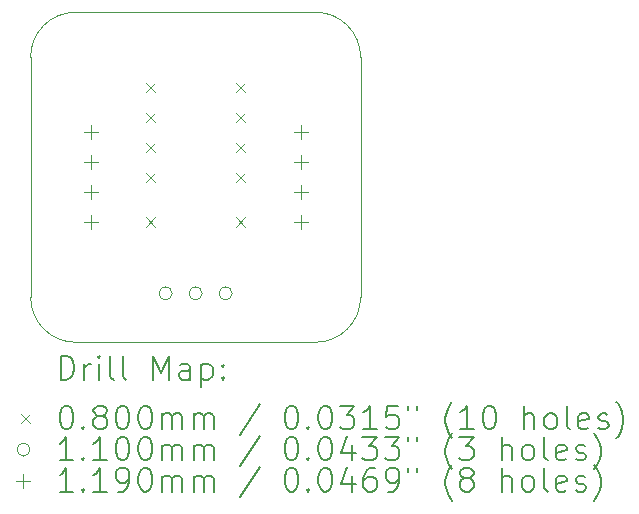
<source format=gbr>
%TF.GenerationSoftware,KiCad,Pcbnew,7.0.8*%
%TF.CreationDate,2023-10-26T16:31:38-05:00*%
%TF.ProjectId,iowa-rover-kiosk-power-cycler,696f7761-2d72-46f7-9665-722d6b696f73,rev?*%
%TF.SameCoordinates,Original*%
%TF.FileFunction,Drillmap*%
%TF.FilePolarity,Positive*%
%FSLAX45Y45*%
G04 Gerber Fmt 4.5, Leading zero omitted, Abs format (unit mm)*
G04 Created by KiCad (PCBNEW 7.0.8) date 2023-10-26 16:31:38*
%MOMM*%
%LPD*%
G01*
G04 APERTURE LIST*
%ADD10C,0.100000*%
%ADD11C,0.200000*%
%ADD12C,0.080000*%
%ADD13C,0.110000*%
%ADD14C,0.119000*%
G04 APERTURE END LIST*
D10*
X12573000Y-4572000D02*
X10541000Y-4572000D01*
X12954000Y-6985000D02*
X12954000Y-4953000D01*
X10541000Y-7366000D02*
X12573000Y-7366000D01*
X10160000Y-4953000D02*
X10160000Y-6985000D01*
X10160000Y-6985000D02*
G75*
G03*
X10541000Y-7366000I381000J0D01*
G01*
X12573000Y-7366000D02*
G75*
G03*
X12954000Y-6985000I0J381000D01*
G01*
X12954000Y-4953000D02*
G75*
G03*
X12573000Y-4572000I-381000J0D01*
G01*
X10541000Y-4572000D02*
G75*
G03*
X10160000Y-4953000I0J-381000D01*
G01*
D11*
D12*
X11136000Y-5168000D02*
X11216000Y-5248000D01*
X11216000Y-5168000D02*
X11136000Y-5248000D01*
X11136000Y-5422000D02*
X11216000Y-5502000D01*
X11216000Y-5422000D02*
X11136000Y-5502000D01*
X11136000Y-5676000D02*
X11216000Y-5756000D01*
X11216000Y-5676000D02*
X11136000Y-5756000D01*
X11136000Y-5930000D02*
X11216000Y-6010000D01*
X11216000Y-5930000D02*
X11136000Y-6010000D01*
X11136000Y-6310000D02*
X11216000Y-6390000D01*
X11216000Y-6310000D02*
X11136000Y-6390000D01*
X11898000Y-5168000D02*
X11978000Y-5248000D01*
X11978000Y-5168000D02*
X11898000Y-5248000D01*
X11898000Y-5422000D02*
X11978000Y-5502000D01*
X11978000Y-5422000D02*
X11898000Y-5502000D01*
X11898000Y-5676000D02*
X11978000Y-5756000D01*
X11978000Y-5676000D02*
X11898000Y-5756000D01*
X11898000Y-5930000D02*
X11978000Y-6010000D01*
X11978000Y-5930000D02*
X11898000Y-6010000D01*
X11898000Y-6310000D02*
X11978000Y-6390000D01*
X11978000Y-6310000D02*
X11898000Y-6390000D01*
D13*
X11358000Y-6952500D02*
G75*
G03*
X11358000Y-6952500I-55000J0D01*
G01*
X11612000Y-6952500D02*
G75*
G03*
X11612000Y-6952500I-55000J0D01*
G01*
X11866000Y-6952500D02*
G75*
G03*
X11866000Y-6952500I-55000J0D01*
G01*
D14*
X10668000Y-5528500D02*
X10668000Y-5647500D01*
X10608500Y-5588000D02*
X10727500Y-5588000D01*
X10668000Y-5782500D02*
X10668000Y-5901500D01*
X10608500Y-5842000D02*
X10727500Y-5842000D01*
X10668000Y-6036500D02*
X10668000Y-6155500D01*
X10608500Y-6096000D02*
X10727500Y-6096000D01*
X10668000Y-6290500D02*
X10668000Y-6409500D01*
X10608500Y-6350000D02*
X10727500Y-6350000D01*
X12448000Y-5528500D02*
X12448000Y-5647500D01*
X12388500Y-5588000D02*
X12507500Y-5588000D01*
X12448000Y-5782500D02*
X12448000Y-5901500D01*
X12388500Y-5842000D02*
X12507500Y-5842000D01*
X12448000Y-6036500D02*
X12448000Y-6155500D01*
X12388500Y-6096000D02*
X12507500Y-6096000D01*
X12448000Y-6290500D02*
X12448000Y-6409500D01*
X12388500Y-6350000D02*
X12507500Y-6350000D01*
D11*
X10415777Y-7682484D02*
X10415777Y-7482484D01*
X10415777Y-7482484D02*
X10463396Y-7482484D01*
X10463396Y-7482484D02*
X10491967Y-7492008D01*
X10491967Y-7492008D02*
X10511015Y-7511055D01*
X10511015Y-7511055D02*
X10520539Y-7530103D01*
X10520539Y-7530103D02*
X10530063Y-7568198D01*
X10530063Y-7568198D02*
X10530063Y-7596769D01*
X10530063Y-7596769D02*
X10520539Y-7634865D01*
X10520539Y-7634865D02*
X10511015Y-7653912D01*
X10511015Y-7653912D02*
X10491967Y-7672960D01*
X10491967Y-7672960D02*
X10463396Y-7682484D01*
X10463396Y-7682484D02*
X10415777Y-7682484D01*
X10615777Y-7682484D02*
X10615777Y-7549150D01*
X10615777Y-7587246D02*
X10625301Y-7568198D01*
X10625301Y-7568198D02*
X10634824Y-7558674D01*
X10634824Y-7558674D02*
X10653872Y-7549150D01*
X10653872Y-7549150D02*
X10672920Y-7549150D01*
X10739586Y-7682484D02*
X10739586Y-7549150D01*
X10739586Y-7482484D02*
X10730063Y-7492008D01*
X10730063Y-7492008D02*
X10739586Y-7501531D01*
X10739586Y-7501531D02*
X10749110Y-7492008D01*
X10749110Y-7492008D02*
X10739586Y-7482484D01*
X10739586Y-7482484D02*
X10739586Y-7501531D01*
X10863396Y-7682484D02*
X10844348Y-7672960D01*
X10844348Y-7672960D02*
X10834824Y-7653912D01*
X10834824Y-7653912D02*
X10834824Y-7482484D01*
X10968158Y-7682484D02*
X10949110Y-7672960D01*
X10949110Y-7672960D02*
X10939586Y-7653912D01*
X10939586Y-7653912D02*
X10939586Y-7482484D01*
X11196729Y-7682484D02*
X11196729Y-7482484D01*
X11196729Y-7482484D02*
X11263396Y-7625341D01*
X11263396Y-7625341D02*
X11330062Y-7482484D01*
X11330062Y-7482484D02*
X11330062Y-7682484D01*
X11511015Y-7682484D02*
X11511015Y-7577722D01*
X11511015Y-7577722D02*
X11501491Y-7558674D01*
X11501491Y-7558674D02*
X11482443Y-7549150D01*
X11482443Y-7549150D02*
X11444348Y-7549150D01*
X11444348Y-7549150D02*
X11425301Y-7558674D01*
X11511015Y-7672960D02*
X11491967Y-7682484D01*
X11491967Y-7682484D02*
X11444348Y-7682484D01*
X11444348Y-7682484D02*
X11425301Y-7672960D01*
X11425301Y-7672960D02*
X11415777Y-7653912D01*
X11415777Y-7653912D02*
X11415777Y-7634865D01*
X11415777Y-7634865D02*
X11425301Y-7615817D01*
X11425301Y-7615817D02*
X11444348Y-7606293D01*
X11444348Y-7606293D02*
X11491967Y-7606293D01*
X11491967Y-7606293D02*
X11511015Y-7596769D01*
X11606253Y-7549150D02*
X11606253Y-7749150D01*
X11606253Y-7558674D02*
X11625301Y-7549150D01*
X11625301Y-7549150D02*
X11663396Y-7549150D01*
X11663396Y-7549150D02*
X11682443Y-7558674D01*
X11682443Y-7558674D02*
X11691967Y-7568198D01*
X11691967Y-7568198D02*
X11701491Y-7587246D01*
X11701491Y-7587246D02*
X11701491Y-7644388D01*
X11701491Y-7644388D02*
X11691967Y-7663436D01*
X11691967Y-7663436D02*
X11682443Y-7672960D01*
X11682443Y-7672960D02*
X11663396Y-7682484D01*
X11663396Y-7682484D02*
X11625301Y-7682484D01*
X11625301Y-7682484D02*
X11606253Y-7672960D01*
X11787205Y-7663436D02*
X11796729Y-7672960D01*
X11796729Y-7672960D02*
X11787205Y-7682484D01*
X11787205Y-7682484D02*
X11777682Y-7672960D01*
X11777682Y-7672960D02*
X11787205Y-7663436D01*
X11787205Y-7663436D02*
X11787205Y-7682484D01*
X11787205Y-7558674D02*
X11796729Y-7568198D01*
X11796729Y-7568198D02*
X11787205Y-7577722D01*
X11787205Y-7577722D02*
X11777682Y-7568198D01*
X11777682Y-7568198D02*
X11787205Y-7558674D01*
X11787205Y-7558674D02*
X11787205Y-7577722D01*
D12*
X10075000Y-7971000D02*
X10155000Y-8051000D01*
X10155000Y-7971000D02*
X10075000Y-8051000D01*
D11*
X10453872Y-7902484D02*
X10472920Y-7902484D01*
X10472920Y-7902484D02*
X10491967Y-7912008D01*
X10491967Y-7912008D02*
X10501491Y-7921531D01*
X10501491Y-7921531D02*
X10511015Y-7940579D01*
X10511015Y-7940579D02*
X10520539Y-7978674D01*
X10520539Y-7978674D02*
X10520539Y-8026293D01*
X10520539Y-8026293D02*
X10511015Y-8064388D01*
X10511015Y-8064388D02*
X10501491Y-8083436D01*
X10501491Y-8083436D02*
X10491967Y-8092960D01*
X10491967Y-8092960D02*
X10472920Y-8102484D01*
X10472920Y-8102484D02*
X10453872Y-8102484D01*
X10453872Y-8102484D02*
X10434824Y-8092960D01*
X10434824Y-8092960D02*
X10425301Y-8083436D01*
X10425301Y-8083436D02*
X10415777Y-8064388D01*
X10415777Y-8064388D02*
X10406253Y-8026293D01*
X10406253Y-8026293D02*
X10406253Y-7978674D01*
X10406253Y-7978674D02*
X10415777Y-7940579D01*
X10415777Y-7940579D02*
X10425301Y-7921531D01*
X10425301Y-7921531D02*
X10434824Y-7912008D01*
X10434824Y-7912008D02*
X10453872Y-7902484D01*
X10606253Y-8083436D02*
X10615777Y-8092960D01*
X10615777Y-8092960D02*
X10606253Y-8102484D01*
X10606253Y-8102484D02*
X10596729Y-8092960D01*
X10596729Y-8092960D02*
X10606253Y-8083436D01*
X10606253Y-8083436D02*
X10606253Y-8102484D01*
X10730063Y-7988198D02*
X10711015Y-7978674D01*
X10711015Y-7978674D02*
X10701491Y-7969150D01*
X10701491Y-7969150D02*
X10691967Y-7950103D01*
X10691967Y-7950103D02*
X10691967Y-7940579D01*
X10691967Y-7940579D02*
X10701491Y-7921531D01*
X10701491Y-7921531D02*
X10711015Y-7912008D01*
X10711015Y-7912008D02*
X10730063Y-7902484D01*
X10730063Y-7902484D02*
X10768158Y-7902484D01*
X10768158Y-7902484D02*
X10787205Y-7912008D01*
X10787205Y-7912008D02*
X10796729Y-7921531D01*
X10796729Y-7921531D02*
X10806253Y-7940579D01*
X10806253Y-7940579D02*
X10806253Y-7950103D01*
X10806253Y-7950103D02*
X10796729Y-7969150D01*
X10796729Y-7969150D02*
X10787205Y-7978674D01*
X10787205Y-7978674D02*
X10768158Y-7988198D01*
X10768158Y-7988198D02*
X10730063Y-7988198D01*
X10730063Y-7988198D02*
X10711015Y-7997722D01*
X10711015Y-7997722D02*
X10701491Y-8007246D01*
X10701491Y-8007246D02*
X10691967Y-8026293D01*
X10691967Y-8026293D02*
X10691967Y-8064388D01*
X10691967Y-8064388D02*
X10701491Y-8083436D01*
X10701491Y-8083436D02*
X10711015Y-8092960D01*
X10711015Y-8092960D02*
X10730063Y-8102484D01*
X10730063Y-8102484D02*
X10768158Y-8102484D01*
X10768158Y-8102484D02*
X10787205Y-8092960D01*
X10787205Y-8092960D02*
X10796729Y-8083436D01*
X10796729Y-8083436D02*
X10806253Y-8064388D01*
X10806253Y-8064388D02*
X10806253Y-8026293D01*
X10806253Y-8026293D02*
X10796729Y-8007246D01*
X10796729Y-8007246D02*
X10787205Y-7997722D01*
X10787205Y-7997722D02*
X10768158Y-7988198D01*
X10930063Y-7902484D02*
X10949110Y-7902484D01*
X10949110Y-7902484D02*
X10968158Y-7912008D01*
X10968158Y-7912008D02*
X10977682Y-7921531D01*
X10977682Y-7921531D02*
X10987205Y-7940579D01*
X10987205Y-7940579D02*
X10996729Y-7978674D01*
X10996729Y-7978674D02*
X10996729Y-8026293D01*
X10996729Y-8026293D02*
X10987205Y-8064388D01*
X10987205Y-8064388D02*
X10977682Y-8083436D01*
X10977682Y-8083436D02*
X10968158Y-8092960D01*
X10968158Y-8092960D02*
X10949110Y-8102484D01*
X10949110Y-8102484D02*
X10930063Y-8102484D01*
X10930063Y-8102484D02*
X10911015Y-8092960D01*
X10911015Y-8092960D02*
X10901491Y-8083436D01*
X10901491Y-8083436D02*
X10891967Y-8064388D01*
X10891967Y-8064388D02*
X10882444Y-8026293D01*
X10882444Y-8026293D02*
X10882444Y-7978674D01*
X10882444Y-7978674D02*
X10891967Y-7940579D01*
X10891967Y-7940579D02*
X10901491Y-7921531D01*
X10901491Y-7921531D02*
X10911015Y-7912008D01*
X10911015Y-7912008D02*
X10930063Y-7902484D01*
X11120539Y-7902484D02*
X11139586Y-7902484D01*
X11139586Y-7902484D02*
X11158634Y-7912008D01*
X11158634Y-7912008D02*
X11168158Y-7921531D01*
X11168158Y-7921531D02*
X11177682Y-7940579D01*
X11177682Y-7940579D02*
X11187205Y-7978674D01*
X11187205Y-7978674D02*
X11187205Y-8026293D01*
X11187205Y-8026293D02*
X11177682Y-8064388D01*
X11177682Y-8064388D02*
X11168158Y-8083436D01*
X11168158Y-8083436D02*
X11158634Y-8092960D01*
X11158634Y-8092960D02*
X11139586Y-8102484D01*
X11139586Y-8102484D02*
X11120539Y-8102484D01*
X11120539Y-8102484D02*
X11101491Y-8092960D01*
X11101491Y-8092960D02*
X11091967Y-8083436D01*
X11091967Y-8083436D02*
X11082444Y-8064388D01*
X11082444Y-8064388D02*
X11072920Y-8026293D01*
X11072920Y-8026293D02*
X11072920Y-7978674D01*
X11072920Y-7978674D02*
X11082444Y-7940579D01*
X11082444Y-7940579D02*
X11091967Y-7921531D01*
X11091967Y-7921531D02*
X11101491Y-7912008D01*
X11101491Y-7912008D02*
X11120539Y-7902484D01*
X11272920Y-8102484D02*
X11272920Y-7969150D01*
X11272920Y-7988198D02*
X11282443Y-7978674D01*
X11282443Y-7978674D02*
X11301491Y-7969150D01*
X11301491Y-7969150D02*
X11330063Y-7969150D01*
X11330063Y-7969150D02*
X11349110Y-7978674D01*
X11349110Y-7978674D02*
X11358634Y-7997722D01*
X11358634Y-7997722D02*
X11358634Y-8102484D01*
X11358634Y-7997722D02*
X11368158Y-7978674D01*
X11368158Y-7978674D02*
X11387205Y-7969150D01*
X11387205Y-7969150D02*
X11415777Y-7969150D01*
X11415777Y-7969150D02*
X11434824Y-7978674D01*
X11434824Y-7978674D02*
X11444348Y-7997722D01*
X11444348Y-7997722D02*
X11444348Y-8102484D01*
X11539586Y-8102484D02*
X11539586Y-7969150D01*
X11539586Y-7988198D02*
X11549110Y-7978674D01*
X11549110Y-7978674D02*
X11568158Y-7969150D01*
X11568158Y-7969150D02*
X11596729Y-7969150D01*
X11596729Y-7969150D02*
X11615777Y-7978674D01*
X11615777Y-7978674D02*
X11625301Y-7997722D01*
X11625301Y-7997722D02*
X11625301Y-8102484D01*
X11625301Y-7997722D02*
X11634824Y-7978674D01*
X11634824Y-7978674D02*
X11653872Y-7969150D01*
X11653872Y-7969150D02*
X11682443Y-7969150D01*
X11682443Y-7969150D02*
X11701491Y-7978674D01*
X11701491Y-7978674D02*
X11711015Y-7997722D01*
X11711015Y-7997722D02*
X11711015Y-8102484D01*
X12101491Y-7892960D02*
X11930063Y-8150103D01*
X12358634Y-7902484D02*
X12377682Y-7902484D01*
X12377682Y-7902484D02*
X12396729Y-7912008D01*
X12396729Y-7912008D02*
X12406253Y-7921531D01*
X12406253Y-7921531D02*
X12415777Y-7940579D01*
X12415777Y-7940579D02*
X12425301Y-7978674D01*
X12425301Y-7978674D02*
X12425301Y-8026293D01*
X12425301Y-8026293D02*
X12415777Y-8064388D01*
X12415777Y-8064388D02*
X12406253Y-8083436D01*
X12406253Y-8083436D02*
X12396729Y-8092960D01*
X12396729Y-8092960D02*
X12377682Y-8102484D01*
X12377682Y-8102484D02*
X12358634Y-8102484D01*
X12358634Y-8102484D02*
X12339586Y-8092960D01*
X12339586Y-8092960D02*
X12330063Y-8083436D01*
X12330063Y-8083436D02*
X12320539Y-8064388D01*
X12320539Y-8064388D02*
X12311015Y-8026293D01*
X12311015Y-8026293D02*
X12311015Y-7978674D01*
X12311015Y-7978674D02*
X12320539Y-7940579D01*
X12320539Y-7940579D02*
X12330063Y-7921531D01*
X12330063Y-7921531D02*
X12339586Y-7912008D01*
X12339586Y-7912008D02*
X12358634Y-7902484D01*
X12511015Y-8083436D02*
X12520539Y-8092960D01*
X12520539Y-8092960D02*
X12511015Y-8102484D01*
X12511015Y-8102484D02*
X12501491Y-8092960D01*
X12501491Y-8092960D02*
X12511015Y-8083436D01*
X12511015Y-8083436D02*
X12511015Y-8102484D01*
X12644348Y-7902484D02*
X12663396Y-7902484D01*
X12663396Y-7902484D02*
X12682444Y-7912008D01*
X12682444Y-7912008D02*
X12691967Y-7921531D01*
X12691967Y-7921531D02*
X12701491Y-7940579D01*
X12701491Y-7940579D02*
X12711015Y-7978674D01*
X12711015Y-7978674D02*
X12711015Y-8026293D01*
X12711015Y-8026293D02*
X12701491Y-8064388D01*
X12701491Y-8064388D02*
X12691967Y-8083436D01*
X12691967Y-8083436D02*
X12682444Y-8092960D01*
X12682444Y-8092960D02*
X12663396Y-8102484D01*
X12663396Y-8102484D02*
X12644348Y-8102484D01*
X12644348Y-8102484D02*
X12625301Y-8092960D01*
X12625301Y-8092960D02*
X12615777Y-8083436D01*
X12615777Y-8083436D02*
X12606253Y-8064388D01*
X12606253Y-8064388D02*
X12596729Y-8026293D01*
X12596729Y-8026293D02*
X12596729Y-7978674D01*
X12596729Y-7978674D02*
X12606253Y-7940579D01*
X12606253Y-7940579D02*
X12615777Y-7921531D01*
X12615777Y-7921531D02*
X12625301Y-7912008D01*
X12625301Y-7912008D02*
X12644348Y-7902484D01*
X12777682Y-7902484D02*
X12901491Y-7902484D01*
X12901491Y-7902484D02*
X12834825Y-7978674D01*
X12834825Y-7978674D02*
X12863396Y-7978674D01*
X12863396Y-7978674D02*
X12882444Y-7988198D01*
X12882444Y-7988198D02*
X12891967Y-7997722D01*
X12891967Y-7997722D02*
X12901491Y-8016769D01*
X12901491Y-8016769D02*
X12901491Y-8064388D01*
X12901491Y-8064388D02*
X12891967Y-8083436D01*
X12891967Y-8083436D02*
X12882444Y-8092960D01*
X12882444Y-8092960D02*
X12863396Y-8102484D01*
X12863396Y-8102484D02*
X12806253Y-8102484D01*
X12806253Y-8102484D02*
X12787206Y-8092960D01*
X12787206Y-8092960D02*
X12777682Y-8083436D01*
X13091967Y-8102484D02*
X12977682Y-8102484D01*
X13034825Y-8102484D02*
X13034825Y-7902484D01*
X13034825Y-7902484D02*
X13015777Y-7931055D01*
X13015777Y-7931055D02*
X12996729Y-7950103D01*
X12996729Y-7950103D02*
X12977682Y-7959627D01*
X13272920Y-7902484D02*
X13177682Y-7902484D01*
X13177682Y-7902484D02*
X13168158Y-7997722D01*
X13168158Y-7997722D02*
X13177682Y-7988198D01*
X13177682Y-7988198D02*
X13196729Y-7978674D01*
X13196729Y-7978674D02*
X13244348Y-7978674D01*
X13244348Y-7978674D02*
X13263396Y-7988198D01*
X13263396Y-7988198D02*
X13272920Y-7997722D01*
X13272920Y-7997722D02*
X13282444Y-8016769D01*
X13282444Y-8016769D02*
X13282444Y-8064388D01*
X13282444Y-8064388D02*
X13272920Y-8083436D01*
X13272920Y-8083436D02*
X13263396Y-8092960D01*
X13263396Y-8092960D02*
X13244348Y-8102484D01*
X13244348Y-8102484D02*
X13196729Y-8102484D01*
X13196729Y-8102484D02*
X13177682Y-8092960D01*
X13177682Y-8092960D02*
X13168158Y-8083436D01*
X13358634Y-7902484D02*
X13358634Y-7940579D01*
X13434825Y-7902484D02*
X13434825Y-7940579D01*
X13730063Y-8178674D02*
X13720539Y-8169150D01*
X13720539Y-8169150D02*
X13701491Y-8140579D01*
X13701491Y-8140579D02*
X13691968Y-8121531D01*
X13691968Y-8121531D02*
X13682444Y-8092960D01*
X13682444Y-8092960D02*
X13672920Y-8045341D01*
X13672920Y-8045341D02*
X13672920Y-8007246D01*
X13672920Y-8007246D02*
X13682444Y-7959627D01*
X13682444Y-7959627D02*
X13691968Y-7931055D01*
X13691968Y-7931055D02*
X13701491Y-7912008D01*
X13701491Y-7912008D02*
X13720539Y-7883436D01*
X13720539Y-7883436D02*
X13730063Y-7873912D01*
X13911015Y-8102484D02*
X13796729Y-8102484D01*
X13853872Y-8102484D02*
X13853872Y-7902484D01*
X13853872Y-7902484D02*
X13834825Y-7931055D01*
X13834825Y-7931055D02*
X13815777Y-7950103D01*
X13815777Y-7950103D02*
X13796729Y-7959627D01*
X14034825Y-7902484D02*
X14053872Y-7902484D01*
X14053872Y-7902484D02*
X14072920Y-7912008D01*
X14072920Y-7912008D02*
X14082444Y-7921531D01*
X14082444Y-7921531D02*
X14091968Y-7940579D01*
X14091968Y-7940579D02*
X14101491Y-7978674D01*
X14101491Y-7978674D02*
X14101491Y-8026293D01*
X14101491Y-8026293D02*
X14091968Y-8064388D01*
X14091968Y-8064388D02*
X14082444Y-8083436D01*
X14082444Y-8083436D02*
X14072920Y-8092960D01*
X14072920Y-8092960D02*
X14053872Y-8102484D01*
X14053872Y-8102484D02*
X14034825Y-8102484D01*
X14034825Y-8102484D02*
X14015777Y-8092960D01*
X14015777Y-8092960D02*
X14006253Y-8083436D01*
X14006253Y-8083436D02*
X13996729Y-8064388D01*
X13996729Y-8064388D02*
X13987206Y-8026293D01*
X13987206Y-8026293D02*
X13987206Y-7978674D01*
X13987206Y-7978674D02*
X13996729Y-7940579D01*
X13996729Y-7940579D02*
X14006253Y-7921531D01*
X14006253Y-7921531D02*
X14015777Y-7912008D01*
X14015777Y-7912008D02*
X14034825Y-7902484D01*
X14339587Y-8102484D02*
X14339587Y-7902484D01*
X14425301Y-8102484D02*
X14425301Y-7997722D01*
X14425301Y-7997722D02*
X14415777Y-7978674D01*
X14415777Y-7978674D02*
X14396730Y-7969150D01*
X14396730Y-7969150D02*
X14368158Y-7969150D01*
X14368158Y-7969150D02*
X14349110Y-7978674D01*
X14349110Y-7978674D02*
X14339587Y-7988198D01*
X14549110Y-8102484D02*
X14530063Y-8092960D01*
X14530063Y-8092960D02*
X14520539Y-8083436D01*
X14520539Y-8083436D02*
X14511015Y-8064388D01*
X14511015Y-8064388D02*
X14511015Y-8007246D01*
X14511015Y-8007246D02*
X14520539Y-7988198D01*
X14520539Y-7988198D02*
X14530063Y-7978674D01*
X14530063Y-7978674D02*
X14549110Y-7969150D01*
X14549110Y-7969150D02*
X14577682Y-7969150D01*
X14577682Y-7969150D02*
X14596730Y-7978674D01*
X14596730Y-7978674D02*
X14606253Y-7988198D01*
X14606253Y-7988198D02*
X14615777Y-8007246D01*
X14615777Y-8007246D02*
X14615777Y-8064388D01*
X14615777Y-8064388D02*
X14606253Y-8083436D01*
X14606253Y-8083436D02*
X14596730Y-8092960D01*
X14596730Y-8092960D02*
X14577682Y-8102484D01*
X14577682Y-8102484D02*
X14549110Y-8102484D01*
X14730063Y-8102484D02*
X14711015Y-8092960D01*
X14711015Y-8092960D02*
X14701491Y-8073912D01*
X14701491Y-8073912D02*
X14701491Y-7902484D01*
X14882444Y-8092960D02*
X14863396Y-8102484D01*
X14863396Y-8102484D02*
X14825301Y-8102484D01*
X14825301Y-8102484D02*
X14806253Y-8092960D01*
X14806253Y-8092960D02*
X14796730Y-8073912D01*
X14796730Y-8073912D02*
X14796730Y-7997722D01*
X14796730Y-7997722D02*
X14806253Y-7978674D01*
X14806253Y-7978674D02*
X14825301Y-7969150D01*
X14825301Y-7969150D02*
X14863396Y-7969150D01*
X14863396Y-7969150D02*
X14882444Y-7978674D01*
X14882444Y-7978674D02*
X14891968Y-7997722D01*
X14891968Y-7997722D02*
X14891968Y-8016769D01*
X14891968Y-8016769D02*
X14796730Y-8035817D01*
X14968158Y-8092960D02*
X14987206Y-8102484D01*
X14987206Y-8102484D02*
X15025301Y-8102484D01*
X15025301Y-8102484D02*
X15044349Y-8092960D01*
X15044349Y-8092960D02*
X15053872Y-8073912D01*
X15053872Y-8073912D02*
X15053872Y-8064388D01*
X15053872Y-8064388D02*
X15044349Y-8045341D01*
X15044349Y-8045341D02*
X15025301Y-8035817D01*
X15025301Y-8035817D02*
X14996730Y-8035817D01*
X14996730Y-8035817D02*
X14977682Y-8026293D01*
X14977682Y-8026293D02*
X14968158Y-8007246D01*
X14968158Y-8007246D02*
X14968158Y-7997722D01*
X14968158Y-7997722D02*
X14977682Y-7978674D01*
X14977682Y-7978674D02*
X14996730Y-7969150D01*
X14996730Y-7969150D02*
X15025301Y-7969150D01*
X15025301Y-7969150D02*
X15044349Y-7978674D01*
X15120539Y-8178674D02*
X15130063Y-8169150D01*
X15130063Y-8169150D02*
X15149111Y-8140579D01*
X15149111Y-8140579D02*
X15158634Y-8121531D01*
X15158634Y-8121531D02*
X15168158Y-8092960D01*
X15168158Y-8092960D02*
X15177682Y-8045341D01*
X15177682Y-8045341D02*
X15177682Y-8007246D01*
X15177682Y-8007246D02*
X15168158Y-7959627D01*
X15168158Y-7959627D02*
X15158634Y-7931055D01*
X15158634Y-7931055D02*
X15149111Y-7912008D01*
X15149111Y-7912008D02*
X15130063Y-7883436D01*
X15130063Y-7883436D02*
X15120539Y-7873912D01*
D13*
X10155000Y-8275000D02*
G75*
G03*
X10155000Y-8275000I-55000J0D01*
G01*
D11*
X10520539Y-8366484D02*
X10406253Y-8366484D01*
X10463396Y-8366484D02*
X10463396Y-8166484D01*
X10463396Y-8166484D02*
X10444348Y-8195055D01*
X10444348Y-8195055D02*
X10425301Y-8214103D01*
X10425301Y-8214103D02*
X10406253Y-8223627D01*
X10606253Y-8347436D02*
X10615777Y-8356960D01*
X10615777Y-8356960D02*
X10606253Y-8366484D01*
X10606253Y-8366484D02*
X10596729Y-8356960D01*
X10596729Y-8356960D02*
X10606253Y-8347436D01*
X10606253Y-8347436D02*
X10606253Y-8366484D01*
X10806253Y-8366484D02*
X10691967Y-8366484D01*
X10749110Y-8366484D02*
X10749110Y-8166484D01*
X10749110Y-8166484D02*
X10730063Y-8195055D01*
X10730063Y-8195055D02*
X10711015Y-8214103D01*
X10711015Y-8214103D02*
X10691967Y-8223627D01*
X10930063Y-8166484D02*
X10949110Y-8166484D01*
X10949110Y-8166484D02*
X10968158Y-8176008D01*
X10968158Y-8176008D02*
X10977682Y-8185531D01*
X10977682Y-8185531D02*
X10987205Y-8204579D01*
X10987205Y-8204579D02*
X10996729Y-8242674D01*
X10996729Y-8242674D02*
X10996729Y-8290293D01*
X10996729Y-8290293D02*
X10987205Y-8328388D01*
X10987205Y-8328388D02*
X10977682Y-8347436D01*
X10977682Y-8347436D02*
X10968158Y-8356960D01*
X10968158Y-8356960D02*
X10949110Y-8366484D01*
X10949110Y-8366484D02*
X10930063Y-8366484D01*
X10930063Y-8366484D02*
X10911015Y-8356960D01*
X10911015Y-8356960D02*
X10901491Y-8347436D01*
X10901491Y-8347436D02*
X10891967Y-8328388D01*
X10891967Y-8328388D02*
X10882444Y-8290293D01*
X10882444Y-8290293D02*
X10882444Y-8242674D01*
X10882444Y-8242674D02*
X10891967Y-8204579D01*
X10891967Y-8204579D02*
X10901491Y-8185531D01*
X10901491Y-8185531D02*
X10911015Y-8176008D01*
X10911015Y-8176008D02*
X10930063Y-8166484D01*
X11120539Y-8166484D02*
X11139586Y-8166484D01*
X11139586Y-8166484D02*
X11158634Y-8176008D01*
X11158634Y-8176008D02*
X11168158Y-8185531D01*
X11168158Y-8185531D02*
X11177682Y-8204579D01*
X11177682Y-8204579D02*
X11187205Y-8242674D01*
X11187205Y-8242674D02*
X11187205Y-8290293D01*
X11187205Y-8290293D02*
X11177682Y-8328388D01*
X11177682Y-8328388D02*
X11168158Y-8347436D01*
X11168158Y-8347436D02*
X11158634Y-8356960D01*
X11158634Y-8356960D02*
X11139586Y-8366484D01*
X11139586Y-8366484D02*
X11120539Y-8366484D01*
X11120539Y-8366484D02*
X11101491Y-8356960D01*
X11101491Y-8356960D02*
X11091967Y-8347436D01*
X11091967Y-8347436D02*
X11082444Y-8328388D01*
X11082444Y-8328388D02*
X11072920Y-8290293D01*
X11072920Y-8290293D02*
X11072920Y-8242674D01*
X11072920Y-8242674D02*
X11082444Y-8204579D01*
X11082444Y-8204579D02*
X11091967Y-8185531D01*
X11091967Y-8185531D02*
X11101491Y-8176008D01*
X11101491Y-8176008D02*
X11120539Y-8166484D01*
X11272920Y-8366484D02*
X11272920Y-8233150D01*
X11272920Y-8252198D02*
X11282443Y-8242674D01*
X11282443Y-8242674D02*
X11301491Y-8233150D01*
X11301491Y-8233150D02*
X11330063Y-8233150D01*
X11330063Y-8233150D02*
X11349110Y-8242674D01*
X11349110Y-8242674D02*
X11358634Y-8261722D01*
X11358634Y-8261722D02*
X11358634Y-8366484D01*
X11358634Y-8261722D02*
X11368158Y-8242674D01*
X11368158Y-8242674D02*
X11387205Y-8233150D01*
X11387205Y-8233150D02*
X11415777Y-8233150D01*
X11415777Y-8233150D02*
X11434824Y-8242674D01*
X11434824Y-8242674D02*
X11444348Y-8261722D01*
X11444348Y-8261722D02*
X11444348Y-8366484D01*
X11539586Y-8366484D02*
X11539586Y-8233150D01*
X11539586Y-8252198D02*
X11549110Y-8242674D01*
X11549110Y-8242674D02*
X11568158Y-8233150D01*
X11568158Y-8233150D02*
X11596729Y-8233150D01*
X11596729Y-8233150D02*
X11615777Y-8242674D01*
X11615777Y-8242674D02*
X11625301Y-8261722D01*
X11625301Y-8261722D02*
X11625301Y-8366484D01*
X11625301Y-8261722D02*
X11634824Y-8242674D01*
X11634824Y-8242674D02*
X11653872Y-8233150D01*
X11653872Y-8233150D02*
X11682443Y-8233150D01*
X11682443Y-8233150D02*
X11701491Y-8242674D01*
X11701491Y-8242674D02*
X11711015Y-8261722D01*
X11711015Y-8261722D02*
X11711015Y-8366484D01*
X12101491Y-8156960D02*
X11930063Y-8414103D01*
X12358634Y-8166484D02*
X12377682Y-8166484D01*
X12377682Y-8166484D02*
X12396729Y-8176008D01*
X12396729Y-8176008D02*
X12406253Y-8185531D01*
X12406253Y-8185531D02*
X12415777Y-8204579D01*
X12415777Y-8204579D02*
X12425301Y-8242674D01*
X12425301Y-8242674D02*
X12425301Y-8290293D01*
X12425301Y-8290293D02*
X12415777Y-8328388D01*
X12415777Y-8328388D02*
X12406253Y-8347436D01*
X12406253Y-8347436D02*
X12396729Y-8356960D01*
X12396729Y-8356960D02*
X12377682Y-8366484D01*
X12377682Y-8366484D02*
X12358634Y-8366484D01*
X12358634Y-8366484D02*
X12339586Y-8356960D01*
X12339586Y-8356960D02*
X12330063Y-8347436D01*
X12330063Y-8347436D02*
X12320539Y-8328388D01*
X12320539Y-8328388D02*
X12311015Y-8290293D01*
X12311015Y-8290293D02*
X12311015Y-8242674D01*
X12311015Y-8242674D02*
X12320539Y-8204579D01*
X12320539Y-8204579D02*
X12330063Y-8185531D01*
X12330063Y-8185531D02*
X12339586Y-8176008D01*
X12339586Y-8176008D02*
X12358634Y-8166484D01*
X12511015Y-8347436D02*
X12520539Y-8356960D01*
X12520539Y-8356960D02*
X12511015Y-8366484D01*
X12511015Y-8366484D02*
X12501491Y-8356960D01*
X12501491Y-8356960D02*
X12511015Y-8347436D01*
X12511015Y-8347436D02*
X12511015Y-8366484D01*
X12644348Y-8166484D02*
X12663396Y-8166484D01*
X12663396Y-8166484D02*
X12682444Y-8176008D01*
X12682444Y-8176008D02*
X12691967Y-8185531D01*
X12691967Y-8185531D02*
X12701491Y-8204579D01*
X12701491Y-8204579D02*
X12711015Y-8242674D01*
X12711015Y-8242674D02*
X12711015Y-8290293D01*
X12711015Y-8290293D02*
X12701491Y-8328388D01*
X12701491Y-8328388D02*
X12691967Y-8347436D01*
X12691967Y-8347436D02*
X12682444Y-8356960D01*
X12682444Y-8356960D02*
X12663396Y-8366484D01*
X12663396Y-8366484D02*
X12644348Y-8366484D01*
X12644348Y-8366484D02*
X12625301Y-8356960D01*
X12625301Y-8356960D02*
X12615777Y-8347436D01*
X12615777Y-8347436D02*
X12606253Y-8328388D01*
X12606253Y-8328388D02*
X12596729Y-8290293D01*
X12596729Y-8290293D02*
X12596729Y-8242674D01*
X12596729Y-8242674D02*
X12606253Y-8204579D01*
X12606253Y-8204579D02*
X12615777Y-8185531D01*
X12615777Y-8185531D02*
X12625301Y-8176008D01*
X12625301Y-8176008D02*
X12644348Y-8166484D01*
X12882444Y-8233150D02*
X12882444Y-8366484D01*
X12834825Y-8156960D02*
X12787206Y-8299817D01*
X12787206Y-8299817D02*
X12911015Y-8299817D01*
X12968158Y-8166484D02*
X13091967Y-8166484D01*
X13091967Y-8166484D02*
X13025301Y-8242674D01*
X13025301Y-8242674D02*
X13053872Y-8242674D01*
X13053872Y-8242674D02*
X13072920Y-8252198D01*
X13072920Y-8252198D02*
X13082444Y-8261722D01*
X13082444Y-8261722D02*
X13091967Y-8280769D01*
X13091967Y-8280769D02*
X13091967Y-8328388D01*
X13091967Y-8328388D02*
X13082444Y-8347436D01*
X13082444Y-8347436D02*
X13072920Y-8356960D01*
X13072920Y-8356960D02*
X13053872Y-8366484D01*
X13053872Y-8366484D02*
X12996729Y-8366484D01*
X12996729Y-8366484D02*
X12977682Y-8356960D01*
X12977682Y-8356960D02*
X12968158Y-8347436D01*
X13158634Y-8166484D02*
X13282444Y-8166484D01*
X13282444Y-8166484D02*
X13215777Y-8242674D01*
X13215777Y-8242674D02*
X13244348Y-8242674D01*
X13244348Y-8242674D02*
X13263396Y-8252198D01*
X13263396Y-8252198D02*
X13272920Y-8261722D01*
X13272920Y-8261722D02*
X13282444Y-8280769D01*
X13282444Y-8280769D02*
X13282444Y-8328388D01*
X13282444Y-8328388D02*
X13272920Y-8347436D01*
X13272920Y-8347436D02*
X13263396Y-8356960D01*
X13263396Y-8356960D02*
X13244348Y-8366484D01*
X13244348Y-8366484D02*
X13187206Y-8366484D01*
X13187206Y-8366484D02*
X13168158Y-8356960D01*
X13168158Y-8356960D02*
X13158634Y-8347436D01*
X13358634Y-8166484D02*
X13358634Y-8204579D01*
X13434825Y-8166484D02*
X13434825Y-8204579D01*
X13730063Y-8442674D02*
X13720539Y-8433150D01*
X13720539Y-8433150D02*
X13701491Y-8404579D01*
X13701491Y-8404579D02*
X13691968Y-8385531D01*
X13691968Y-8385531D02*
X13682444Y-8356960D01*
X13682444Y-8356960D02*
X13672920Y-8309341D01*
X13672920Y-8309341D02*
X13672920Y-8271246D01*
X13672920Y-8271246D02*
X13682444Y-8223627D01*
X13682444Y-8223627D02*
X13691968Y-8195055D01*
X13691968Y-8195055D02*
X13701491Y-8176008D01*
X13701491Y-8176008D02*
X13720539Y-8147436D01*
X13720539Y-8147436D02*
X13730063Y-8137912D01*
X13787206Y-8166484D02*
X13911015Y-8166484D01*
X13911015Y-8166484D02*
X13844348Y-8242674D01*
X13844348Y-8242674D02*
X13872920Y-8242674D01*
X13872920Y-8242674D02*
X13891968Y-8252198D01*
X13891968Y-8252198D02*
X13901491Y-8261722D01*
X13901491Y-8261722D02*
X13911015Y-8280769D01*
X13911015Y-8280769D02*
X13911015Y-8328388D01*
X13911015Y-8328388D02*
X13901491Y-8347436D01*
X13901491Y-8347436D02*
X13891968Y-8356960D01*
X13891968Y-8356960D02*
X13872920Y-8366484D01*
X13872920Y-8366484D02*
X13815777Y-8366484D01*
X13815777Y-8366484D02*
X13796729Y-8356960D01*
X13796729Y-8356960D02*
X13787206Y-8347436D01*
X14149110Y-8366484D02*
X14149110Y-8166484D01*
X14234825Y-8366484D02*
X14234825Y-8261722D01*
X14234825Y-8261722D02*
X14225301Y-8242674D01*
X14225301Y-8242674D02*
X14206253Y-8233150D01*
X14206253Y-8233150D02*
X14177682Y-8233150D01*
X14177682Y-8233150D02*
X14158634Y-8242674D01*
X14158634Y-8242674D02*
X14149110Y-8252198D01*
X14358634Y-8366484D02*
X14339587Y-8356960D01*
X14339587Y-8356960D02*
X14330063Y-8347436D01*
X14330063Y-8347436D02*
X14320539Y-8328388D01*
X14320539Y-8328388D02*
X14320539Y-8271246D01*
X14320539Y-8271246D02*
X14330063Y-8252198D01*
X14330063Y-8252198D02*
X14339587Y-8242674D01*
X14339587Y-8242674D02*
X14358634Y-8233150D01*
X14358634Y-8233150D02*
X14387206Y-8233150D01*
X14387206Y-8233150D02*
X14406253Y-8242674D01*
X14406253Y-8242674D02*
X14415777Y-8252198D01*
X14415777Y-8252198D02*
X14425301Y-8271246D01*
X14425301Y-8271246D02*
X14425301Y-8328388D01*
X14425301Y-8328388D02*
X14415777Y-8347436D01*
X14415777Y-8347436D02*
X14406253Y-8356960D01*
X14406253Y-8356960D02*
X14387206Y-8366484D01*
X14387206Y-8366484D02*
X14358634Y-8366484D01*
X14539587Y-8366484D02*
X14520539Y-8356960D01*
X14520539Y-8356960D02*
X14511015Y-8337912D01*
X14511015Y-8337912D02*
X14511015Y-8166484D01*
X14691968Y-8356960D02*
X14672920Y-8366484D01*
X14672920Y-8366484D02*
X14634825Y-8366484D01*
X14634825Y-8366484D02*
X14615777Y-8356960D01*
X14615777Y-8356960D02*
X14606253Y-8337912D01*
X14606253Y-8337912D02*
X14606253Y-8261722D01*
X14606253Y-8261722D02*
X14615777Y-8242674D01*
X14615777Y-8242674D02*
X14634825Y-8233150D01*
X14634825Y-8233150D02*
X14672920Y-8233150D01*
X14672920Y-8233150D02*
X14691968Y-8242674D01*
X14691968Y-8242674D02*
X14701491Y-8261722D01*
X14701491Y-8261722D02*
X14701491Y-8280769D01*
X14701491Y-8280769D02*
X14606253Y-8299817D01*
X14777682Y-8356960D02*
X14796730Y-8366484D01*
X14796730Y-8366484D02*
X14834825Y-8366484D01*
X14834825Y-8366484D02*
X14853872Y-8356960D01*
X14853872Y-8356960D02*
X14863396Y-8337912D01*
X14863396Y-8337912D02*
X14863396Y-8328388D01*
X14863396Y-8328388D02*
X14853872Y-8309341D01*
X14853872Y-8309341D02*
X14834825Y-8299817D01*
X14834825Y-8299817D02*
X14806253Y-8299817D01*
X14806253Y-8299817D02*
X14787206Y-8290293D01*
X14787206Y-8290293D02*
X14777682Y-8271246D01*
X14777682Y-8271246D02*
X14777682Y-8261722D01*
X14777682Y-8261722D02*
X14787206Y-8242674D01*
X14787206Y-8242674D02*
X14806253Y-8233150D01*
X14806253Y-8233150D02*
X14834825Y-8233150D01*
X14834825Y-8233150D02*
X14853872Y-8242674D01*
X14930063Y-8442674D02*
X14939587Y-8433150D01*
X14939587Y-8433150D02*
X14958634Y-8404579D01*
X14958634Y-8404579D02*
X14968158Y-8385531D01*
X14968158Y-8385531D02*
X14977682Y-8356960D01*
X14977682Y-8356960D02*
X14987206Y-8309341D01*
X14987206Y-8309341D02*
X14987206Y-8271246D01*
X14987206Y-8271246D02*
X14977682Y-8223627D01*
X14977682Y-8223627D02*
X14968158Y-8195055D01*
X14968158Y-8195055D02*
X14958634Y-8176008D01*
X14958634Y-8176008D02*
X14939587Y-8147436D01*
X14939587Y-8147436D02*
X14930063Y-8137912D01*
D14*
X10095500Y-8479500D02*
X10095500Y-8598500D01*
X10036000Y-8539000D02*
X10155000Y-8539000D01*
D11*
X10520539Y-8630484D02*
X10406253Y-8630484D01*
X10463396Y-8630484D02*
X10463396Y-8430484D01*
X10463396Y-8430484D02*
X10444348Y-8459055D01*
X10444348Y-8459055D02*
X10425301Y-8478103D01*
X10425301Y-8478103D02*
X10406253Y-8487627D01*
X10606253Y-8611436D02*
X10615777Y-8620960D01*
X10615777Y-8620960D02*
X10606253Y-8630484D01*
X10606253Y-8630484D02*
X10596729Y-8620960D01*
X10596729Y-8620960D02*
X10606253Y-8611436D01*
X10606253Y-8611436D02*
X10606253Y-8630484D01*
X10806253Y-8630484D02*
X10691967Y-8630484D01*
X10749110Y-8630484D02*
X10749110Y-8430484D01*
X10749110Y-8430484D02*
X10730063Y-8459055D01*
X10730063Y-8459055D02*
X10711015Y-8478103D01*
X10711015Y-8478103D02*
X10691967Y-8487627D01*
X10901491Y-8630484D02*
X10939586Y-8630484D01*
X10939586Y-8630484D02*
X10958634Y-8620960D01*
X10958634Y-8620960D02*
X10968158Y-8611436D01*
X10968158Y-8611436D02*
X10987205Y-8582865D01*
X10987205Y-8582865D02*
X10996729Y-8544770D01*
X10996729Y-8544770D02*
X10996729Y-8468579D01*
X10996729Y-8468579D02*
X10987205Y-8449531D01*
X10987205Y-8449531D02*
X10977682Y-8440008D01*
X10977682Y-8440008D02*
X10958634Y-8430484D01*
X10958634Y-8430484D02*
X10920539Y-8430484D01*
X10920539Y-8430484D02*
X10901491Y-8440008D01*
X10901491Y-8440008D02*
X10891967Y-8449531D01*
X10891967Y-8449531D02*
X10882444Y-8468579D01*
X10882444Y-8468579D02*
X10882444Y-8516198D01*
X10882444Y-8516198D02*
X10891967Y-8535246D01*
X10891967Y-8535246D02*
X10901491Y-8544770D01*
X10901491Y-8544770D02*
X10920539Y-8554293D01*
X10920539Y-8554293D02*
X10958634Y-8554293D01*
X10958634Y-8554293D02*
X10977682Y-8544770D01*
X10977682Y-8544770D02*
X10987205Y-8535246D01*
X10987205Y-8535246D02*
X10996729Y-8516198D01*
X11120539Y-8430484D02*
X11139586Y-8430484D01*
X11139586Y-8430484D02*
X11158634Y-8440008D01*
X11158634Y-8440008D02*
X11168158Y-8449531D01*
X11168158Y-8449531D02*
X11177682Y-8468579D01*
X11177682Y-8468579D02*
X11187205Y-8506674D01*
X11187205Y-8506674D02*
X11187205Y-8554293D01*
X11187205Y-8554293D02*
X11177682Y-8592389D01*
X11177682Y-8592389D02*
X11168158Y-8611436D01*
X11168158Y-8611436D02*
X11158634Y-8620960D01*
X11158634Y-8620960D02*
X11139586Y-8630484D01*
X11139586Y-8630484D02*
X11120539Y-8630484D01*
X11120539Y-8630484D02*
X11101491Y-8620960D01*
X11101491Y-8620960D02*
X11091967Y-8611436D01*
X11091967Y-8611436D02*
X11082444Y-8592389D01*
X11082444Y-8592389D02*
X11072920Y-8554293D01*
X11072920Y-8554293D02*
X11072920Y-8506674D01*
X11072920Y-8506674D02*
X11082444Y-8468579D01*
X11082444Y-8468579D02*
X11091967Y-8449531D01*
X11091967Y-8449531D02*
X11101491Y-8440008D01*
X11101491Y-8440008D02*
X11120539Y-8430484D01*
X11272920Y-8630484D02*
X11272920Y-8497150D01*
X11272920Y-8516198D02*
X11282443Y-8506674D01*
X11282443Y-8506674D02*
X11301491Y-8497150D01*
X11301491Y-8497150D02*
X11330063Y-8497150D01*
X11330063Y-8497150D02*
X11349110Y-8506674D01*
X11349110Y-8506674D02*
X11358634Y-8525722D01*
X11358634Y-8525722D02*
X11358634Y-8630484D01*
X11358634Y-8525722D02*
X11368158Y-8506674D01*
X11368158Y-8506674D02*
X11387205Y-8497150D01*
X11387205Y-8497150D02*
X11415777Y-8497150D01*
X11415777Y-8497150D02*
X11434824Y-8506674D01*
X11434824Y-8506674D02*
X11444348Y-8525722D01*
X11444348Y-8525722D02*
X11444348Y-8630484D01*
X11539586Y-8630484D02*
X11539586Y-8497150D01*
X11539586Y-8516198D02*
X11549110Y-8506674D01*
X11549110Y-8506674D02*
X11568158Y-8497150D01*
X11568158Y-8497150D02*
X11596729Y-8497150D01*
X11596729Y-8497150D02*
X11615777Y-8506674D01*
X11615777Y-8506674D02*
X11625301Y-8525722D01*
X11625301Y-8525722D02*
X11625301Y-8630484D01*
X11625301Y-8525722D02*
X11634824Y-8506674D01*
X11634824Y-8506674D02*
X11653872Y-8497150D01*
X11653872Y-8497150D02*
X11682443Y-8497150D01*
X11682443Y-8497150D02*
X11701491Y-8506674D01*
X11701491Y-8506674D02*
X11711015Y-8525722D01*
X11711015Y-8525722D02*
X11711015Y-8630484D01*
X12101491Y-8420960D02*
X11930063Y-8678103D01*
X12358634Y-8430484D02*
X12377682Y-8430484D01*
X12377682Y-8430484D02*
X12396729Y-8440008D01*
X12396729Y-8440008D02*
X12406253Y-8449531D01*
X12406253Y-8449531D02*
X12415777Y-8468579D01*
X12415777Y-8468579D02*
X12425301Y-8506674D01*
X12425301Y-8506674D02*
X12425301Y-8554293D01*
X12425301Y-8554293D02*
X12415777Y-8592389D01*
X12415777Y-8592389D02*
X12406253Y-8611436D01*
X12406253Y-8611436D02*
X12396729Y-8620960D01*
X12396729Y-8620960D02*
X12377682Y-8630484D01*
X12377682Y-8630484D02*
X12358634Y-8630484D01*
X12358634Y-8630484D02*
X12339586Y-8620960D01*
X12339586Y-8620960D02*
X12330063Y-8611436D01*
X12330063Y-8611436D02*
X12320539Y-8592389D01*
X12320539Y-8592389D02*
X12311015Y-8554293D01*
X12311015Y-8554293D02*
X12311015Y-8506674D01*
X12311015Y-8506674D02*
X12320539Y-8468579D01*
X12320539Y-8468579D02*
X12330063Y-8449531D01*
X12330063Y-8449531D02*
X12339586Y-8440008D01*
X12339586Y-8440008D02*
X12358634Y-8430484D01*
X12511015Y-8611436D02*
X12520539Y-8620960D01*
X12520539Y-8620960D02*
X12511015Y-8630484D01*
X12511015Y-8630484D02*
X12501491Y-8620960D01*
X12501491Y-8620960D02*
X12511015Y-8611436D01*
X12511015Y-8611436D02*
X12511015Y-8630484D01*
X12644348Y-8430484D02*
X12663396Y-8430484D01*
X12663396Y-8430484D02*
X12682444Y-8440008D01*
X12682444Y-8440008D02*
X12691967Y-8449531D01*
X12691967Y-8449531D02*
X12701491Y-8468579D01*
X12701491Y-8468579D02*
X12711015Y-8506674D01*
X12711015Y-8506674D02*
X12711015Y-8554293D01*
X12711015Y-8554293D02*
X12701491Y-8592389D01*
X12701491Y-8592389D02*
X12691967Y-8611436D01*
X12691967Y-8611436D02*
X12682444Y-8620960D01*
X12682444Y-8620960D02*
X12663396Y-8630484D01*
X12663396Y-8630484D02*
X12644348Y-8630484D01*
X12644348Y-8630484D02*
X12625301Y-8620960D01*
X12625301Y-8620960D02*
X12615777Y-8611436D01*
X12615777Y-8611436D02*
X12606253Y-8592389D01*
X12606253Y-8592389D02*
X12596729Y-8554293D01*
X12596729Y-8554293D02*
X12596729Y-8506674D01*
X12596729Y-8506674D02*
X12606253Y-8468579D01*
X12606253Y-8468579D02*
X12615777Y-8449531D01*
X12615777Y-8449531D02*
X12625301Y-8440008D01*
X12625301Y-8440008D02*
X12644348Y-8430484D01*
X12882444Y-8497150D02*
X12882444Y-8630484D01*
X12834825Y-8420960D02*
X12787206Y-8563817D01*
X12787206Y-8563817D02*
X12911015Y-8563817D01*
X13072920Y-8430484D02*
X13034825Y-8430484D01*
X13034825Y-8430484D02*
X13015777Y-8440008D01*
X13015777Y-8440008D02*
X13006253Y-8449531D01*
X13006253Y-8449531D02*
X12987206Y-8478103D01*
X12987206Y-8478103D02*
X12977682Y-8516198D01*
X12977682Y-8516198D02*
X12977682Y-8592389D01*
X12977682Y-8592389D02*
X12987206Y-8611436D01*
X12987206Y-8611436D02*
X12996729Y-8620960D01*
X12996729Y-8620960D02*
X13015777Y-8630484D01*
X13015777Y-8630484D02*
X13053872Y-8630484D01*
X13053872Y-8630484D02*
X13072920Y-8620960D01*
X13072920Y-8620960D02*
X13082444Y-8611436D01*
X13082444Y-8611436D02*
X13091967Y-8592389D01*
X13091967Y-8592389D02*
X13091967Y-8544770D01*
X13091967Y-8544770D02*
X13082444Y-8525722D01*
X13082444Y-8525722D02*
X13072920Y-8516198D01*
X13072920Y-8516198D02*
X13053872Y-8506674D01*
X13053872Y-8506674D02*
X13015777Y-8506674D01*
X13015777Y-8506674D02*
X12996729Y-8516198D01*
X12996729Y-8516198D02*
X12987206Y-8525722D01*
X12987206Y-8525722D02*
X12977682Y-8544770D01*
X13187206Y-8630484D02*
X13225301Y-8630484D01*
X13225301Y-8630484D02*
X13244348Y-8620960D01*
X13244348Y-8620960D02*
X13253872Y-8611436D01*
X13253872Y-8611436D02*
X13272920Y-8582865D01*
X13272920Y-8582865D02*
X13282444Y-8544770D01*
X13282444Y-8544770D02*
X13282444Y-8468579D01*
X13282444Y-8468579D02*
X13272920Y-8449531D01*
X13272920Y-8449531D02*
X13263396Y-8440008D01*
X13263396Y-8440008D02*
X13244348Y-8430484D01*
X13244348Y-8430484D02*
X13206253Y-8430484D01*
X13206253Y-8430484D02*
X13187206Y-8440008D01*
X13187206Y-8440008D02*
X13177682Y-8449531D01*
X13177682Y-8449531D02*
X13168158Y-8468579D01*
X13168158Y-8468579D02*
X13168158Y-8516198D01*
X13168158Y-8516198D02*
X13177682Y-8535246D01*
X13177682Y-8535246D02*
X13187206Y-8544770D01*
X13187206Y-8544770D02*
X13206253Y-8554293D01*
X13206253Y-8554293D02*
X13244348Y-8554293D01*
X13244348Y-8554293D02*
X13263396Y-8544770D01*
X13263396Y-8544770D02*
X13272920Y-8535246D01*
X13272920Y-8535246D02*
X13282444Y-8516198D01*
X13358634Y-8430484D02*
X13358634Y-8468579D01*
X13434825Y-8430484D02*
X13434825Y-8468579D01*
X13730063Y-8706674D02*
X13720539Y-8697150D01*
X13720539Y-8697150D02*
X13701491Y-8668579D01*
X13701491Y-8668579D02*
X13691968Y-8649531D01*
X13691968Y-8649531D02*
X13682444Y-8620960D01*
X13682444Y-8620960D02*
X13672920Y-8573341D01*
X13672920Y-8573341D02*
X13672920Y-8535246D01*
X13672920Y-8535246D02*
X13682444Y-8487627D01*
X13682444Y-8487627D02*
X13691968Y-8459055D01*
X13691968Y-8459055D02*
X13701491Y-8440008D01*
X13701491Y-8440008D02*
X13720539Y-8411436D01*
X13720539Y-8411436D02*
X13730063Y-8401912D01*
X13834825Y-8516198D02*
X13815777Y-8506674D01*
X13815777Y-8506674D02*
X13806253Y-8497150D01*
X13806253Y-8497150D02*
X13796729Y-8478103D01*
X13796729Y-8478103D02*
X13796729Y-8468579D01*
X13796729Y-8468579D02*
X13806253Y-8449531D01*
X13806253Y-8449531D02*
X13815777Y-8440008D01*
X13815777Y-8440008D02*
X13834825Y-8430484D01*
X13834825Y-8430484D02*
X13872920Y-8430484D01*
X13872920Y-8430484D02*
X13891968Y-8440008D01*
X13891968Y-8440008D02*
X13901491Y-8449531D01*
X13901491Y-8449531D02*
X13911015Y-8468579D01*
X13911015Y-8468579D02*
X13911015Y-8478103D01*
X13911015Y-8478103D02*
X13901491Y-8497150D01*
X13901491Y-8497150D02*
X13891968Y-8506674D01*
X13891968Y-8506674D02*
X13872920Y-8516198D01*
X13872920Y-8516198D02*
X13834825Y-8516198D01*
X13834825Y-8516198D02*
X13815777Y-8525722D01*
X13815777Y-8525722D02*
X13806253Y-8535246D01*
X13806253Y-8535246D02*
X13796729Y-8554293D01*
X13796729Y-8554293D02*
X13796729Y-8592389D01*
X13796729Y-8592389D02*
X13806253Y-8611436D01*
X13806253Y-8611436D02*
X13815777Y-8620960D01*
X13815777Y-8620960D02*
X13834825Y-8630484D01*
X13834825Y-8630484D02*
X13872920Y-8630484D01*
X13872920Y-8630484D02*
X13891968Y-8620960D01*
X13891968Y-8620960D02*
X13901491Y-8611436D01*
X13901491Y-8611436D02*
X13911015Y-8592389D01*
X13911015Y-8592389D02*
X13911015Y-8554293D01*
X13911015Y-8554293D02*
X13901491Y-8535246D01*
X13901491Y-8535246D02*
X13891968Y-8525722D01*
X13891968Y-8525722D02*
X13872920Y-8516198D01*
X14149110Y-8630484D02*
X14149110Y-8430484D01*
X14234825Y-8630484D02*
X14234825Y-8525722D01*
X14234825Y-8525722D02*
X14225301Y-8506674D01*
X14225301Y-8506674D02*
X14206253Y-8497150D01*
X14206253Y-8497150D02*
X14177682Y-8497150D01*
X14177682Y-8497150D02*
X14158634Y-8506674D01*
X14158634Y-8506674D02*
X14149110Y-8516198D01*
X14358634Y-8630484D02*
X14339587Y-8620960D01*
X14339587Y-8620960D02*
X14330063Y-8611436D01*
X14330063Y-8611436D02*
X14320539Y-8592389D01*
X14320539Y-8592389D02*
X14320539Y-8535246D01*
X14320539Y-8535246D02*
X14330063Y-8516198D01*
X14330063Y-8516198D02*
X14339587Y-8506674D01*
X14339587Y-8506674D02*
X14358634Y-8497150D01*
X14358634Y-8497150D02*
X14387206Y-8497150D01*
X14387206Y-8497150D02*
X14406253Y-8506674D01*
X14406253Y-8506674D02*
X14415777Y-8516198D01*
X14415777Y-8516198D02*
X14425301Y-8535246D01*
X14425301Y-8535246D02*
X14425301Y-8592389D01*
X14425301Y-8592389D02*
X14415777Y-8611436D01*
X14415777Y-8611436D02*
X14406253Y-8620960D01*
X14406253Y-8620960D02*
X14387206Y-8630484D01*
X14387206Y-8630484D02*
X14358634Y-8630484D01*
X14539587Y-8630484D02*
X14520539Y-8620960D01*
X14520539Y-8620960D02*
X14511015Y-8601912D01*
X14511015Y-8601912D02*
X14511015Y-8430484D01*
X14691968Y-8620960D02*
X14672920Y-8630484D01*
X14672920Y-8630484D02*
X14634825Y-8630484D01*
X14634825Y-8630484D02*
X14615777Y-8620960D01*
X14615777Y-8620960D02*
X14606253Y-8601912D01*
X14606253Y-8601912D02*
X14606253Y-8525722D01*
X14606253Y-8525722D02*
X14615777Y-8506674D01*
X14615777Y-8506674D02*
X14634825Y-8497150D01*
X14634825Y-8497150D02*
X14672920Y-8497150D01*
X14672920Y-8497150D02*
X14691968Y-8506674D01*
X14691968Y-8506674D02*
X14701491Y-8525722D01*
X14701491Y-8525722D02*
X14701491Y-8544770D01*
X14701491Y-8544770D02*
X14606253Y-8563817D01*
X14777682Y-8620960D02*
X14796730Y-8630484D01*
X14796730Y-8630484D02*
X14834825Y-8630484D01*
X14834825Y-8630484D02*
X14853872Y-8620960D01*
X14853872Y-8620960D02*
X14863396Y-8601912D01*
X14863396Y-8601912D02*
X14863396Y-8592389D01*
X14863396Y-8592389D02*
X14853872Y-8573341D01*
X14853872Y-8573341D02*
X14834825Y-8563817D01*
X14834825Y-8563817D02*
X14806253Y-8563817D01*
X14806253Y-8563817D02*
X14787206Y-8554293D01*
X14787206Y-8554293D02*
X14777682Y-8535246D01*
X14777682Y-8535246D02*
X14777682Y-8525722D01*
X14777682Y-8525722D02*
X14787206Y-8506674D01*
X14787206Y-8506674D02*
X14806253Y-8497150D01*
X14806253Y-8497150D02*
X14834825Y-8497150D01*
X14834825Y-8497150D02*
X14853872Y-8506674D01*
X14930063Y-8706674D02*
X14939587Y-8697150D01*
X14939587Y-8697150D02*
X14958634Y-8668579D01*
X14958634Y-8668579D02*
X14968158Y-8649531D01*
X14968158Y-8649531D02*
X14977682Y-8620960D01*
X14977682Y-8620960D02*
X14987206Y-8573341D01*
X14987206Y-8573341D02*
X14987206Y-8535246D01*
X14987206Y-8535246D02*
X14977682Y-8487627D01*
X14977682Y-8487627D02*
X14968158Y-8459055D01*
X14968158Y-8459055D02*
X14958634Y-8440008D01*
X14958634Y-8440008D02*
X14939587Y-8411436D01*
X14939587Y-8411436D02*
X14930063Y-8401912D01*
M02*

</source>
